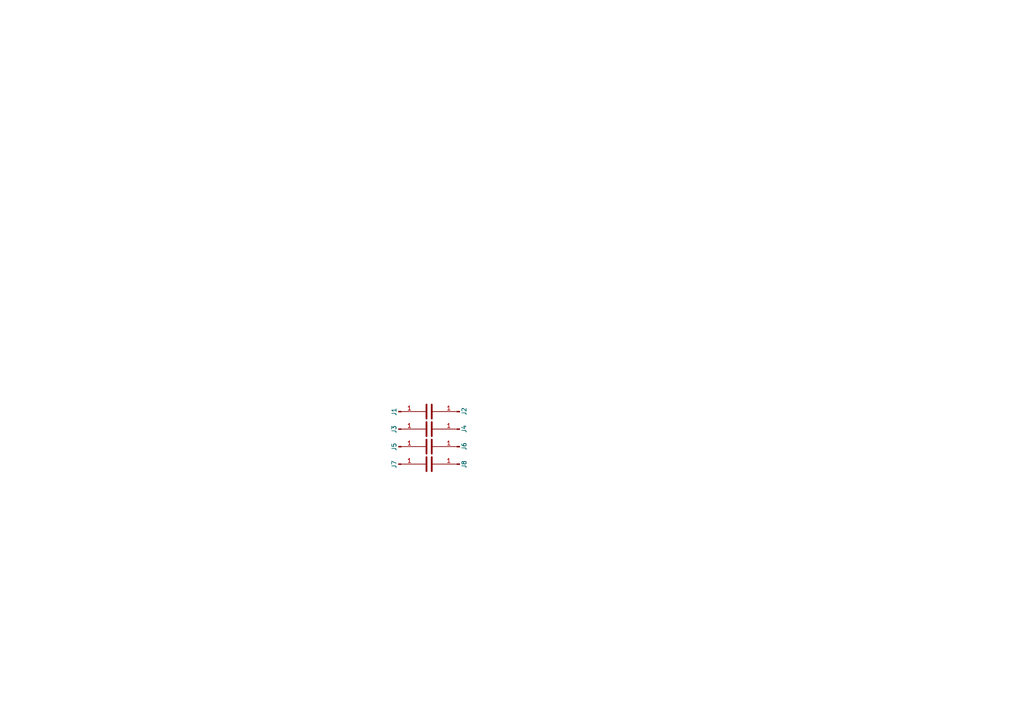
<source format=kicad_sch>
(kicad_sch (version 20230121) (generator eeschema)
  (paper "A4")
  (lib_symbols
    (symbol "Connector:Conn_01x01_Pin" (pin_names (offset 1.016) hide)
      (property "Reference" "J" (at 0 2.54 0))
      (property "Value" "Conn_01x01_Pin" (at 0 -2.54 0))
      (symbol "Conn_01x01_Pin_1_1"
        (polyline (pts (xy 1.27 0) (xy 0.8636 0)) (stroke (width 0.1524)))
        (rectangle (start 0.8636 0.127) (end 0 -0.127) (stroke (width 0.1524)) (fill (type outline)))
        (pin passive line (at 5.08 0 180) (length 3.81) (name "Pin_1") (number "1"))
      )
    )
    (symbol "Device:C" (pin_numbers hide) (pin_names (offset 0.254))
      (property "Reference" "C" (at 0.635 2.54 0))
      (property "Value" "C" (at 0.635 -2.54 0))
      (symbol "C_0_1"
        (polyline (pts (xy -2.032 -0.762) (xy 2.032 -0.762)) (stroke (width 0.508)))
        (polyline (pts (xy -2.032 0.762) (xy 2.032 0.762)) (stroke (width 0.508)))
      )
      (symbol "C_1_1"
        (pin passive line (at 0 3.81 270) (length 2.794) (name "~") (number "1"))
        (pin passive line (at 0 -3.81 90) (length 2.794) (name "~") (number "2"))
      )
    )
  )
  (symbol (lib_id "Connector:Conn_01x01_Pin") (at 133.35 134.62 0) (mirror y) (unit 1)
    (property "Reference" "J8" (at 134.62 135.89 90) (effects (justify left)))
    (property "Value" "Conn_01x01_Pin" (effects hide))
    (property "Footprint" "CustSymbols:ManhattanPad" (effects hide))
  )
  (symbol (lib_id "Device:C") (at 124.46 129.54 90) (unit 1)
    (property "Reference" "C2" (effects hide))
    (property "Value" "C" (effects hide))
    (property "Footprint" "Capacitor_SMD:C_0603_1608Metric" (effects hide))
  )
  (symbol (lib_id "Connector:Conn_01x01_Pin") (at 115.57 119.38 0) (unit 1)
    (property "Reference" "J1" (at 114.3 120.65 90) (effects (justify left)))
    (property "Value" "Conn_01x01_Pin" (effects hide))
    (property "Footprint" "CustSymbols:ManhattanPad" (effects hide))
  )
  (symbol (lib_id "Device:C") (at 124.46 134.62 90) (unit 1)
    (property "Reference" "C1" (effects hide))
    (property "Value" "C" (effects hide))
    (property "Footprint" "Capacitor_SMD:C_0603_1608Metric" (effects hide))
  )
  (symbol (lib_id "Connector:Conn_01x01_Pin") (at 133.35 119.38 180) (unit 1)
    (property "Reference" "J2" (at 134.62 118.11 90) (effects (justify left)))
    (property "Value" "Conn_01x01_Pin" (effects hide))
    (property "Footprint" "CustSymbols:ManhattanPad" (effects hide))
  )
  (symbol (lib_id "Connector:Conn_01x01_Pin") (at 133.35 129.54 180) (unit 1)
    (property "Reference" "J6" (at 134.62 128.27 90) (effects (justify left)))
    (property "Value" "Conn_01x01_Pin" (effects hide))
    (property "Footprint" "CustSymbols:ManhattanPad" (effects hide))
  )
  (symbol (lib_id "Connector:Conn_01x01_Pin") (at 133.35 124.46 180) (unit 1)
    (property "Reference" "J4" (at 134.62 123.19 90) (effects (justify left)))
    (property "Value" "Conn_01x01_Pin" (effects hide))
    (property "Footprint" "CustSymbols:ManhattanPad" (effects hide))
  )
  (symbol (lib_id "Connector:Conn_01x01_Pin") (at 115.57 129.54 0) (unit 1)
    (property "Reference" "J5" (at 114.3 130.81 90) (effects (justify left)))
    (property "Value" "Conn_01x01_Pin" (effects hide))
    (property "Footprint" "CustSymbols:ManhattanPad" (effects hide))
  )
  (symbol (lib_id "Device:C") (at 124.46 119.38 90) (unit 1)
    (property "Reference" "C4" (effects hide))
    (property "Value" "C" (effects hide))
    (property "Footprint" "Capacitor_SMD:C_0603_1608Metric" (effects hide))
  )
  (symbol (lib_id "Device:C") (at 124.46 124.46 90) (unit 1)
    (property "Reference" "C3" (effects hide))
    (property "Value" "C" (effects hide))
    (property "Footprint" "Capacitor_SMD:C_0603_1608Metric" (effects hide))
  )
  (symbol (lib_id "Connector:Conn_01x01_Pin") (at 115.57 124.46 0) (unit 1)
    (property "Reference" "J3" (at 114.3 125.73 90) (effects (justify left)))
    (property "Value" "Conn_01x01_Pin" (effects hide))
    (property "Footprint" "CustSymbols:ManhattanPad" (effects hide))
  )
  (symbol (lib_id "Connector:Conn_01x01_Pin") (at 115.57 134.62 0) (unit 1)
    (property "Reference" "J7" (at 114.3 135.89 90) (effects (justify left)))
    (property "Value" "Conn_01x01_Pin" (effects hide))
    (property "Footprint" "CustSymbols:ManhattanPad" (effects hide))
  )
)
</source>
